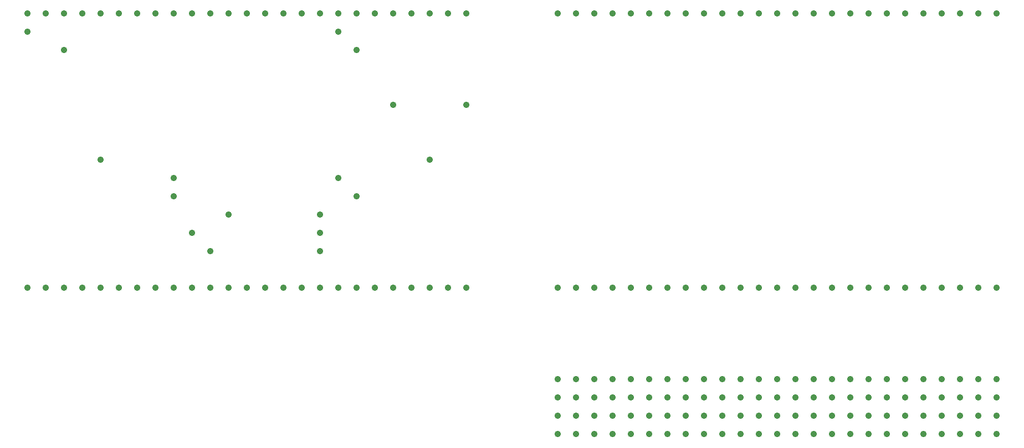
<source format=gbr>
G04 DesignSpark PCB Gerber Version 10.0 Build 5299*
%FSLAX35Y35*%
%MOIN*%
%ADD120C,0.03500*%
X0Y0D02*
D02*
D120*
X20250Y100250D03*
Y240250D03*
Y250250D03*
X30250Y100250D03*
Y250250D03*
X40250Y100250D03*
Y230250D03*
Y250250D03*
X50250Y100250D03*
Y250250D03*
X60250Y100250D03*
Y170250D03*
Y250250D03*
X70250Y100250D03*
Y250250D03*
X80250Y100250D03*
Y250250D03*
X90250Y100250D03*
Y250250D03*
X100250Y100250D03*
Y150250D03*
Y160250D03*
Y250250D03*
X110250Y100250D03*
Y130250D03*
Y250250D03*
X120250Y100250D03*
Y120250D03*
Y250250D03*
X130250Y100250D03*
Y140250D03*
Y250250D03*
X140250Y100250D03*
Y250250D03*
X150250Y100250D03*
Y250250D03*
X160250Y100250D03*
Y250250D03*
X170250Y100250D03*
Y250250D03*
X180250Y100250D03*
Y120250D03*
Y130250D03*
Y140250D03*
Y250250D03*
X190250Y100250D03*
Y160250D03*
Y240250D03*
Y250250D03*
X200250Y100250D03*
Y150250D03*
Y230250D03*
Y250250D03*
X210250Y100250D03*
Y250250D03*
X220250Y100250D03*
Y200250D03*
Y250250D03*
X230250Y100250D03*
Y250250D03*
X240250Y100250D03*
Y170250D03*
Y250250D03*
X250250Y100250D03*
Y250250D03*
X260250Y100250D03*
Y200250D03*
Y250250D03*
X310250Y20250D03*
Y30250D03*
Y40250D03*
Y50250D03*
Y100250D03*
Y250250D03*
X320250Y20250D03*
Y30250D03*
Y40250D03*
Y50250D03*
Y100250D03*
Y250250D03*
X330250Y20250D03*
Y30250D03*
Y40250D03*
Y50250D03*
Y100250D03*
Y250250D03*
X340250Y20250D03*
Y30250D03*
Y40250D03*
Y50250D03*
Y100250D03*
Y250250D03*
X350250Y20250D03*
Y30250D03*
Y40250D03*
Y50250D03*
Y100250D03*
Y250250D03*
X360250Y20250D03*
Y30250D03*
Y40250D03*
Y50250D03*
Y100250D03*
Y250250D03*
X370250Y20250D03*
Y30250D03*
Y40250D03*
Y50250D03*
Y100250D03*
Y250250D03*
X380250Y20250D03*
Y30250D03*
Y40250D03*
Y50250D03*
Y100250D03*
Y250250D03*
X390250Y20250D03*
Y30250D03*
Y40250D03*
Y50250D03*
Y100250D03*
Y250250D03*
X400250Y20250D03*
Y30250D03*
Y40250D03*
Y50250D03*
Y100250D03*
Y250250D03*
X410250Y20250D03*
Y30250D03*
Y40250D03*
Y50250D03*
Y100250D03*
Y250250D03*
X420250Y20250D03*
Y30250D03*
Y40250D03*
Y50250D03*
Y100250D03*
Y250250D03*
X430250Y20250D03*
Y30250D03*
Y40250D03*
Y50250D03*
Y100250D03*
Y250250D03*
X440250Y20250D03*
Y30250D03*
Y40250D03*
Y50250D03*
Y100250D03*
Y250250D03*
X450250Y20250D03*
Y30250D03*
Y40250D03*
Y50250D03*
Y100250D03*
Y250250D03*
X460250Y20250D03*
Y30250D03*
Y40250D03*
Y50250D03*
Y100250D03*
Y250250D03*
X470250Y20250D03*
Y30250D03*
Y40250D03*
Y50250D03*
Y100250D03*
Y250250D03*
X480250Y20250D03*
Y30250D03*
Y40250D03*
Y50250D03*
Y100250D03*
Y250250D03*
X490250Y20250D03*
Y30250D03*
Y40250D03*
Y50250D03*
Y100250D03*
Y250250D03*
X500250Y20250D03*
Y30250D03*
Y40250D03*
Y50250D03*
Y100250D03*
Y250250D03*
X510250Y20250D03*
Y30250D03*
Y40250D03*
Y50250D03*
Y100250D03*
Y250250D03*
X520250Y20250D03*
Y30250D03*
Y40250D03*
Y50250D03*
Y100250D03*
Y250250D03*
X530250Y20250D03*
Y30250D03*
Y40250D03*
Y50250D03*
Y100250D03*
Y250250D03*
X540250Y20250D03*
Y30250D03*
Y40250D03*
Y50250D03*
Y100250D03*
Y250250D03*
X550250Y20250D03*
Y30250D03*
Y40250D03*
Y50250D03*
Y100250D03*
Y250250D03*
X0Y0D02*
M02*

</source>
